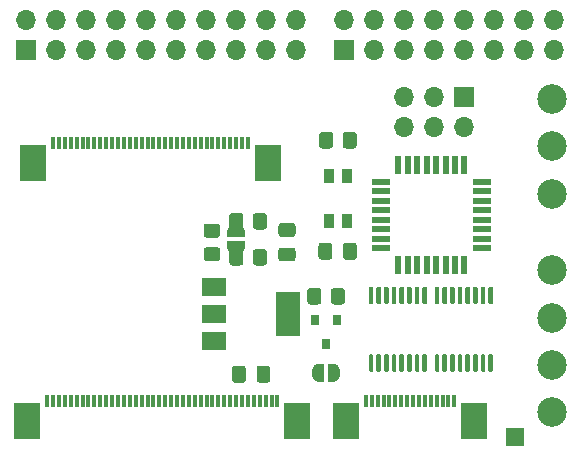
<source format=gbr>
%TF.GenerationSoftware,KiCad,Pcbnew,(5.1.8)-1*%
%TF.CreationDate,2021-03-18T21:41:09+01:00*%
%TF.ProjectId,GBAHD_Shield,47424148-445f-4536-9869-656c642e6b69,rev?*%
%TF.SameCoordinates,Original*%
%TF.FileFunction,Soldermask,Top*%
%TF.FilePolarity,Negative*%
%FSLAX46Y46*%
G04 Gerber Fmt 4.6, Leading zero omitted, Abs format (unit mm)*
G04 Created by KiCad (PCBNEW (5.1.8)-1) date 2021-03-18 21:41:09*
%MOMM*%
%LPD*%
G01*
G04 APERTURE LIST*
%ADD10R,1.500000X1.500000*%
%ADD11R,2.000000X1.500000*%
%ADD12R,2.000000X3.800000*%
%ADD13C,0.100000*%
%ADD14R,0.300000X1.100000*%
%ADD15R,2.300000X3.100000*%
%ADD16O,1.700000X1.700000*%
%ADD17R,1.700000X1.700000*%
%ADD18R,0.900000X1.250000*%
%ADD19R,1.600000X0.550000*%
%ADD20R,0.550000X1.600000*%
%ADD21C,2.500000*%
%ADD22R,0.800000X0.900000*%
G04 APERTURE END LIST*
D10*
%TO.C,J7*%
X87376000Y-64008000D03*
%TD*%
D11*
%TO.C,U5*%
X61874000Y-51294000D03*
X61874000Y-55894000D03*
X61874000Y-53594000D03*
D12*
X68174000Y-53594000D03*
%TD*%
D13*
%TO.C,SJ2*%
G36*
X64503398Y-47894000D02*
G01*
X64503398Y-47918534D01*
X64498588Y-47967365D01*
X64489016Y-48015490D01*
X64474772Y-48062445D01*
X64455995Y-48107778D01*
X64432864Y-48151051D01*
X64405604Y-48191850D01*
X64374476Y-48229779D01*
X64339779Y-48264476D01*
X64301850Y-48295604D01*
X64261051Y-48322864D01*
X64217778Y-48345995D01*
X64172445Y-48364772D01*
X64125490Y-48379016D01*
X64077365Y-48388588D01*
X64028534Y-48393398D01*
X64004000Y-48393398D01*
X64004000Y-48394000D01*
X63504000Y-48394000D01*
X63504000Y-48393398D01*
X63479466Y-48393398D01*
X63430635Y-48388588D01*
X63382510Y-48379016D01*
X63335555Y-48364772D01*
X63290222Y-48345995D01*
X63246949Y-48322864D01*
X63206150Y-48295604D01*
X63168221Y-48264476D01*
X63133524Y-48229779D01*
X63102396Y-48191850D01*
X63075136Y-48151051D01*
X63052005Y-48107778D01*
X63033228Y-48062445D01*
X63018984Y-48015490D01*
X63009412Y-47967365D01*
X63004602Y-47918534D01*
X63004602Y-47894000D01*
X63004000Y-47894000D01*
X63004000Y-47394000D01*
X64504000Y-47394000D01*
X64504000Y-47894000D01*
X64503398Y-47894000D01*
G37*
G36*
X63004000Y-47094000D02*
G01*
X63004000Y-46594000D01*
X63004602Y-46594000D01*
X63004602Y-46569466D01*
X63009412Y-46520635D01*
X63018984Y-46472510D01*
X63033228Y-46425555D01*
X63052005Y-46380222D01*
X63075136Y-46336949D01*
X63102396Y-46296150D01*
X63133524Y-46258221D01*
X63168221Y-46223524D01*
X63206150Y-46192396D01*
X63246949Y-46165136D01*
X63290222Y-46142005D01*
X63335555Y-46123228D01*
X63382510Y-46108984D01*
X63430635Y-46099412D01*
X63479466Y-46094602D01*
X63504000Y-46094602D01*
X63504000Y-46094000D01*
X64004000Y-46094000D01*
X64004000Y-46094602D01*
X64028534Y-46094602D01*
X64077365Y-46099412D01*
X64125490Y-46108984D01*
X64172445Y-46123228D01*
X64217778Y-46142005D01*
X64261051Y-46165136D01*
X64301850Y-46192396D01*
X64339779Y-46223524D01*
X64374476Y-46258221D01*
X64405604Y-46296150D01*
X64432864Y-46336949D01*
X64455995Y-46380222D01*
X64474772Y-46425555D01*
X64489016Y-46472510D01*
X64498588Y-46520635D01*
X64503398Y-46569466D01*
X64503398Y-46594000D01*
X64504000Y-46594000D01*
X64504000Y-47094000D01*
X63004000Y-47094000D01*
G37*
%TD*%
%TO.C,R5*%
G36*
G01*
X61271999Y-47914000D02*
X62172001Y-47914000D01*
G75*
G02*
X62422000Y-48163999I0J-249999D01*
G01*
X62422000Y-48864001D01*
G75*
G02*
X62172001Y-49114000I-249999J0D01*
G01*
X61271999Y-49114000D01*
G75*
G02*
X61022000Y-48864001I0J249999D01*
G01*
X61022000Y-48163999D01*
G75*
G02*
X61271999Y-47914000I249999J0D01*
G01*
G37*
G36*
G01*
X61271999Y-45914000D02*
X62172001Y-45914000D01*
G75*
G02*
X62422000Y-46163999I0J-249999D01*
G01*
X62422000Y-46864001D01*
G75*
G02*
X62172001Y-47114000I-249999J0D01*
G01*
X61271999Y-47114000D01*
G75*
G02*
X61022000Y-46864001I0J249999D01*
G01*
X61022000Y-46163999D01*
G75*
G02*
X61271999Y-45914000I249999J0D01*
G01*
G37*
%TD*%
%TO.C,R4*%
G36*
G01*
X64386000Y-45269999D02*
X64386000Y-46170001D01*
G75*
G02*
X64136001Y-46420000I-249999J0D01*
G01*
X63435999Y-46420000D01*
G75*
G02*
X63186000Y-46170001I0J249999D01*
G01*
X63186000Y-45269999D01*
G75*
G02*
X63435999Y-45020000I249999J0D01*
G01*
X64136001Y-45020000D01*
G75*
G02*
X64386000Y-45269999I0J-249999D01*
G01*
G37*
G36*
G01*
X66386000Y-45269999D02*
X66386000Y-46170001D01*
G75*
G02*
X66136001Y-46420000I-249999J0D01*
G01*
X65435999Y-46420000D01*
G75*
G02*
X65186000Y-46170001I0J249999D01*
G01*
X65186000Y-45269999D01*
G75*
G02*
X65435999Y-45020000I249999J0D01*
G01*
X66136001Y-45020000D01*
G75*
G02*
X66386000Y-45269999I0J-249999D01*
G01*
G37*
%TD*%
%TO.C,R3*%
G36*
G01*
X64386000Y-48317999D02*
X64386000Y-49218001D01*
G75*
G02*
X64136001Y-49468000I-249999J0D01*
G01*
X63435999Y-49468000D01*
G75*
G02*
X63186000Y-49218001I0J249999D01*
G01*
X63186000Y-48317999D01*
G75*
G02*
X63435999Y-48068000I249999J0D01*
G01*
X64136001Y-48068000D01*
G75*
G02*
X64386000Y-48317999I0J-249999D01*
G01*
G37*
G36*
G01*
X66386000Y-48317999D02*
X66386000Y-49218001D01*
G75*
G02*
X66136001Y-49468000I-249999J0D01*
G01*
X65435999Y-49468000D01*
G75*
G02*
X65186000Y-49218001I0J249999D01*
G01*
X65186000Y-48317999D01*
G75*
G02*
X65435999Y-48068000I249999J0D01*
G01*
X66136001Y-48068000D01*
G75*
G02*
X66386000Y-48317999I0J-249999D01*
G01*
G37*
%TD*%
%TO.C,C4*%
G36*
G01*
X67597000Y-47948000D02*
X68547000Y-47948000D01*
G75*
G02*
X68797000Y-48198000I0J-250000D01*
G01*
X68797000Y-48873000D01*
G75*
G02*
X68547000Y-49123000I-250000J0D01*
G01*
X67597000Y-49123000D01*
G75*
G02*
X67347000Y-48873000I0J250000D01*
G01*
X67347000Y-48198000D01*
G75*
G02*
X67597000Y-47948000I250000J0D01*
G01*
G37*
G36*
G01*
X67597000Y-45873000D02*
X68547000Y-45873000D01*
G75*
G02*
X68797000Y-46123000I0J-250000D01*
G01*
X68797000Y-46798000D01*
G75*
G02*
X68547000Y-47048000I-250000J0D01*
G01*
X67597000Y-47048000D01*
G75*
G02*
X67347000Y-46798000I0J250000D01*
G01*
X67347000Y-46123000D01*
G75*
G02*
X67597000Y-45873000I250000J0D01*
G01*
G37*
%TD*%
%TO.C,C1*%
G36*
G01*
X64595500Y-58199000D02*
X64595500Y-59149000D01*
G75*
G02*
X64345500Y-59399000I-250000J0D01*
G01*
X63670500Y-59399000D01*
G75*
G02*
X63420500Y-59149000I0J250000D01*
G01*
X63420500Y-58199000D01*
G75*
G02*
X63670500Y-57949000I250000J0D01*
G01*
X64345500Y-57949000D01*
G75*
G02*
X64595500Y-58199000I0J-250000D01*
G01*
G37*
G36*
G01*
X66670500Y-58199000D02*
X66670500Y-59149000D01*
G75*
G02*
X66420500Y-59399000I-250000J0D01*
G01*
X65745500Y-59399000D01*
G75*
G02*
X65495500Y-59149000I0J250000D01*
G01*
X65495500Y-58199000D01*
G75*
G02*
X65745500Y-57949000I250000J0D01*
G01*
X66420500Y-57949000D01*
G75*
G02*
X66670500Y-58199000I0J-250000D01*
G01*
G37*
%TD*%
D14*
%TO.C,J9*%
X48268000Y-39116000D03*
X48768000Y-39116000D03*
X49268000Y-39116000D03*
X49768000Y-39116000D03*
X50268000Y-39116000D03*
X50768000Y-39116000D03*
X51268000Y-39116000D03*
X51768000Y-39116000D03*
X52268000Y-39116000D03*
X52768000Y-39116000D03*
X53268000Y-39116000D03*
X53768000Y-39116000D03*
X54268000Y-39116000D03*
X54768000Y-39116000D03*
X55268000Y-39116000D03*
X55768000Y-39116000D03*
X56268000Y-39116000D03*
X56768000Y-39116000D03*
X57268000Y-39116000D03*
X57768000Y-39116000D03*
X58268000Y-39116000D03*
X58768000Y-39116000D03*
X59268000Y-39116000D03*
X59768000Y-39116000D03*
X60268000Y-39116000D03*
X60768000Y-39116000D03*
X61268000Y-39116000D03*
X61768000Y-39116000D03*
X62268000Y-39116000D03*
X62768000Y-39116000D03*
X63268000Y-39116000D03*
X63768000Y-39116000D03*
X64268000Y-39116000D03*
X64768000Y-39116000D03*
D15*
X46598000Y-40816000D03*
X66438000Y-40816000D03*
%TD*%
D16*
%TO.C,J4*%
X68860000Y-28710000D03*
X68860000Y-31250000D03*
X66320000Y-28710000D03*
X66320000Y-31250000D03*
X63780000Y-28710000D03*
X63780000Y-31250000D03*
X61240000Y-28710000D03*
X61240000Y-31250000D03*
X58700000Y-28710000D03*
X58700000Y-31250000D03*
X56160000Y-28710000D03*
X56160000Y-31250000D03*
X53620000Y-28710000D03*
X53620000Y-31250000D03*
X51080000Y-28710000D03*
X51080000Y-31250000D03*
X48540000Y-28710000D03*
X48540000Y-31250000D03*
X46000000Y-28710000D03*
D17*
X46000000Y-31250000D03*
%TD*%
D15*
%TO.C,J3*%
X83920000Y-62660000D03*
X73080000Y-62660000D03*
D14*
X82250000Y-60960000D03*
X81750000Y-60960000D03*
X81250000Y-60960000D03*
X80750000Y-60960000D03*
X80250000Y-60960000D03*
X79750000Y-60960000D03*
X79250000Y-60960000D03*
X78750000Y-60960000D03*
X78250000Y-60960000D03*
X77750000Y-60960000D03*
X77250000Y-60960000D03*
X76750000Y-60960000D03*
X76250000Y-60960000D03*
X75750000Y-60960000D03*
X75250000Y-60960000D03*
X74750000Y-60960000D03*
%TD*%
D16*
%TO.C,J2*%
X90704000Y-28710000D03*
X90704000Y-31250000D03*
X88164000Y-28710000D03*
X88164000Y-31250000D03*
X85624000Y-28710000D03*
X85624000Y-31250000D03*
X83084000Y-28710000D03*
X83084000Y-31250000D03*
X80544000Y-28710000D03*
X80544000Y-31250000D03*
X78004000Y-28710000D03*
X78004000Y-31250000D03*
X75464000Y-28710000D03*
X75464000Y-31250000D03*
X72924000Y-28710000D03*
D17*
X72924000Y-31250000D03*
%TD*%
D16*
%TO.C,J6*%
X77978000Y-37719000D03*
X77978000Y-35179000D03*
X80518000Y-37719000D03*
X80518000Y-35179000D03*
X83058000Y-37719000D03*
D17*
X83058000Y-35179000D03*
%TD*%
%TO.C,U4*%
G36*
G01*
X80883000Y-52739000D02*
X80683000Y-52739000D01*
G75*
G02*
X80583000Y-52639000I0J100000D01*
G01*
X80583000Y-51364000D01*
G75*
G02*
X80683000Y-51264000I100000J0D01*
G01*
X80883000Y-51264000D01*
G75*
G02*
X80983000Y-51364000I0J-100000D01*
G01*
X80983000Y-52639000D01*
G75*
G02*
X80883000Y-52739000I-100000J0D01*
G01*
G37*
G36*
G01*
X81533000Y-52739000D02*
X81333000Y-52739000D01*
G75*
G02*
X81233000Y-52639000I0J100000D01*
G01*
X81233000Y-51364000D01*
G75*
G02*
X81333000Y-51264000I100000J0D01*
G01*
X81533000Y-51264000D01*
G75*
G02*
X81633000Y-51364000I0J-100000D01*
G01*
X81633000Y-52639000D01*
G75*
G02*
X81533000Y-52739000I-100000J0D01*
G01*
G37*
G36*
G01*
X82183000Y-52739000D02*
X81983000Y-52739000D01*
G75*
G02*
X81883000Y-52639000I0J100000D01*
G01*
X81883000Y-51364000D01*
G75*
G02*
X81983000Y-51264000I100000J0D01*
G01*
X82183000Y-51264000D01*
G75*
G02*
X82283000Y-51364000I0J-100000D01*
G01*
X82283000Y-52639000D01*
G75*
G02*
X82183000Y-52739000I-100000J0D01*
G01*
G37*
G36*
G01*
X82833000Y-52739000D02*
X82633000Y-52739000D01*
G75*
G02*
X82533000Y-52639000I0J100000D01*
G01*
X82533000Y-51364000D01*
G75*
G02*
X82633000Y-51264000I100000J0D01*
G01*
X82833000Y-51264000D01*
G75*
G02*
X82933000Y-51364000I0J-100000D01*
G01*
X82933000Y-52639000D01*
G75*
G02*
X82833000Y-52739000I-100000J0D01*
G01*
G37*
G36*
G01*
X83483000Y-52739000D02*
X83283000Y-52739000D01*
G75*
G02*
X83183000Y-52639000I0J100000D01*
G01*
X83183000Y-51364000D01*
G75*
G02*
X83283000Y-51264000I100000J0D01*
G01*
X83483000Y-51264000D01*
G75*
G02*
X83583000Y-51364000I0J-100000D01*
G01*
X83583000Y-52639000D01*
G75*
G02*
X83483000Y-52739000I-100000J0D01*
G01*
G37*
G36*
G01*
X84133000Y-52739000D02*
X83933000Y-52739000D01*
G75*
G02*
X83833000Y-52639000I0J100000D01*
G01*
X83833000Y-51364000D01*
G75*
G02*
X83933000Y-51264000I100000J0D01*
G01*
X84133000Y-51264000D01*
G75*
G02*
X84233000Y-51364000I0J-100000D01*
G01*
X84233000Y-52639000D01*
G75*
G02*
X84133000Y-52739000I-100000J0D01*
G01*
G37*
G36*
G01*
X84783000Y-52739000D02*
X84583000Y-52739000D01*
G75*
G02*
X84483000Y-52639000I0J100000D01*
G01*
X84483000Y-51364000D01*
G75*
G02*
X84583000Y-51264000I100000J0D01*
G01*
X84783000Y-51264000D01*
G75*
G02*
X84883000Y-51364000I0J-100000D01*
G01*
X84883000Y-52639000D01*
G75*
G02*
X84783000Y-52739000I-100000J0D01*
G01*
G37*
G36*
G01*
X85433000Y-52739000D02*
X85233000Y-52739000D01*
G75*
G02*
X85133000Y-52639000I0J100000D01*
G01*
X85133000Y-51364000D01*
G75*
G02*
X85233000Y-51264000I100000J0D01*
G01*
X85433000Y-51264000D01*
G75*
G02*
X85533000Y-51364000I0J-100000D01*
G01*
X85533000Y-52639000D01*
G75*
G02*
X85433000Y-52739000I-100000J0D01*
G01*
G37*
G36*
G01*
X85433000Y-58464000D02*
X85233000Y-58464000D01*
G75*
G02*
X85133000Y-58364000I0J100000D01*
G01*
X85133000Y-57089000D01*
G75*
G02*
X85233000Y-56989000I100000J0D01*
G01*
X85433000Y-56989000D01*
G75*
G02*
X85533000Y-57089000I0J-100000D01*
G01*
X85533000Y-58364000D01*
G75*
G02*
X85433000Y-58464000I-100000J0D01*
G01*
G37*
G36*
G01*
X84783000Y-58464000D02*
X84583000Y-58464000D01*
G75*
G02*
X84483000Y-58364000I0J100000D01*
G01*
X84483000Y-57089000D01*
G75*
G02*
X84583000Y-56989000I100000J0D01*
G01*
X84783000Y-56989000D01*
G75*
G02*
X84883000Y-57089000I0J-100000D01*
G01*
X84883000Y-58364000D01*
G75*
G02*
X84783000Y-58464000I-100000J0D01*
G01*
G37*
G36*
G01*
X84133000Y-58464000D02*
X83933000Y-58464000D01*
G75*
G02*
X83833000Y-58364000I0J100000D01*
G01*
X83833000Y-57089000D01*
G75*
G02*
X83933000Y-56989000I100000J0D01*
G01*
X84133000Y-56989000D01*
G75*
G02*
X84233000Y-57089000I0J-100000D01*
G01*
X84233000Y-58364000D01*
G75*
G02*
X84133000Y-58464000I-100000J0D01*
G01*
G37*
G36*
G01*
X83483000Y-58464000D02*
X83283000Y-58464000D01*
G75*
G02*
X83183000Y-58364000I0J100000D01*
G01*
X83183000Y-57089000D01*
G75*
G02*
X83283000Y-56989000I100000J0D01*
G01*
X83483000Y-56989000D01*
G75*
G02*
X83583000Y-57089000I0J-100000D01*
G01*
X83583000Y-58364000D01*
G75*
G02*
X83483000Y-58464000I-100000J0D01*
G01*
G37*
G36*
G01*
X82833000Y-58464000D02*
X82633000Y-58464000D01*
G75*
G02*
X82533000Y-58364000I0J100000D01*
G01*
X82533000Y-57089000D01*
G75*
G02*
X82633000Y-56989000I100000J0D01*
G01*
X82833000Y-56989000D01*
G75*
G02*
X82933000Y-57089000I0J-100000D01*
G01*
X82933000Y-58364000D01*
G75*
G02*
X82833000Y-58464000I-100000J0D01*
G01*
G37*
G36*
G01*
X82183000Y-58464000D02*
X81983000Y-58464000D01*
G75*
G02*
X81883000Y-58364000I0J100000D01*
G01*
X81883000Y-57089000D01*
G75*
G02*
X81983000Y-56989000I100000J0D01*
G01*
X82183000Y-56989000D01*
G75*
G02*
X82283000Y-57089000I0J-100000D01*
G01*
X82283000Y-58364000D01*
G75*
G02*
X82183000Y-58464000I-100000J0D01*
G01*
G37*
G36*
G01*
X81533000Y-58464000D02*
X81333000Y-58464000D01*
G75*
G02*
X81233000Y-58364000I0J100000D01*
G01*
X81233000Y-57089000D01*
G75*
G02*
X81333000Y-56989000I100000J0D01*
G01*
X81533000Y-56989000D01*
G75*
G02*
X81633000Y-57089000I0J-100000D01*
G01*
X81633000Y-58364000D01*
G75*
G02*
X81533000Y-58464000I-100000J0D01*
G01*
G37*
G36*
G01*
X80883000Y-58464000D02*
X80683000Y-58464000D01*
G75*
G02*
X80583000Y-58364000I0J100000D01*
G01*
X80583000Y-57089000D01*
G75*
G02*
X80683000Y-56989000I100000J0D01*
G01*
X80883000Y-56989000D01*
G75*
G02*
X80983000Y-57089000I0J-100000D01*
G01*
X80983000Y-58364000D01*
G75*
G02*
X80883000Y-58464000I-100000J0D01*
G01*
G37*
%TD*%
D18*
%TO.C,SW1*%
X71640000Y-45720000D03*
X73140000Y-45720000D03*
X71640000Y-41870000D03*
X73140000Y-41870000D03*
%TD*%
D19*
%TO.C,U2*%
X76050000Y-48000000D03*
X76050000Y-47200000D03*
X76050000Y-46400000D03*
X76050000Y-45600000D03*
X76050000Y-44800000D03*
X76050000Y-44000000D03*
X76050000Y-43200000D03*
X76050000Y-42400000D03*
D20*
X77500000Y-40950000D03*
X78300000Y-40950000D03*
X79100000Y-40950000D03*
X79900000Y-40950000D03*
X80700000Y-40950000D03*
X81500000Y-40950000D03*
X82300000Y-40950000D03*
X83100000Y-40950000D03*
D19*
X84550000Y-42400000D03*
X84550000Y-43200000D03*
X84550000Y-44000000D03*
X84550000Y-44800000D03*
X84550000Y-45600000D03*
X84550000Y-46400000D03*
X84550000Y-47200000D03*
X84550000Y-48000000D03*
D20*
X83100000Y-49450000D03*
X82300000Y-49450000D03*
X81500000Y-49450000D03*
X80700000Y-49450000D03*
X79900000Y-49450000D03*
X79100000Y-49450000D03*
X78300000Y-49450000D03*
X77500000Y-49450000D03*
%TD*%
%TO.C,R1*%
G36*
G01*
X72790000Y-39312001D02*
X72790000Y-38411999D01*
G75*
G02*
X73039999Y-38162000I249999J0D01*
G01*
X73740001Y-38162000D01*
G75*
G02*
X73990000Y-38411999I0J-249999D01*
G01*
X73990000Y-39312001D01*
G75*
G02*
X73740001Y-39562000I-249999J0D01*
G01*
X73039999Y-39562000D01*
G75*
G02*
X72790000Y-39312001I0J249999D01*
G01*
G37*
G36*
G01*
X70790000Y-39312001D02*
X70790000Y-38411999D01*
G75*
G02*
X71039999Y-38162000I249999J0D01*
G01*
X71740001Y-38162000D01*
G75*
G02*
X71990000Y-38411999I0J-249999D01*
G01*
X71990000Y-39312001D01*
G75*
G02*
X71740001Y-39562000I-249999J0D01*
G01*
X71039999Y-39562000D01*
G75*
G02*
X70790000Y-39312001I0J249999D01*
G01*
G37*
%TD*%
%TO.C,C3*%
G36*
G01*
X71918500Y-47785000D02*
X71918500Y-48735000D01*
G75*
G02*
X71668500Y-48985000I-250000J0D01*
G01*
X70993500Y-48985000D01*
G75*
G02*
X70743500Y-48735000I0J250000D01*
G01*
X70743500Y-47785000D01*
G75*
G02*
X70993500Y-47535000I250000J0D01*
G01*
X71668500Y-47535000D01*
G75*
G02*
X71918500Y-47785000I0J-250000D01*
G01*
G37*
G36*
G01*
X73993500Y-47785000D02*
X73993500Y-48735000D01*
G75*
G02*
X73743500Y-48985000I-250000J0D01*
G01*
X73068500Y-48985000D01*
G75*
G02*
X72818500Y-48735000I0J250000D01*
G01*
X72818500Y-47785000D01*
G75*
G02*
X73068500Y-47535000I250000J0D01*
G01*
X73743500Y-47535000D01*
G75*
G02*
X73993500Y-47785000I0J-250000D01*
G01*
G37*
%TD*%
D13*
%TO.C,SJ1*%
G36*
X71224000Y-59297000D02*
G01*
X70724000Y-59297000D01*
X70724000Y-59296398D01*
X70699466Y-59296398D01*
X70650635Y-59291588D01*
X70602510Y-59282016D01*
X70555555Y-59267772D01*
X70510222Y-59248995D01*
X70466949Y-59225864D01*
X70426150Y-59198604D01*
X70388221Y-59167476D01*
X70353524Y-59132779D01*
X70322396Y-59094850D01*
X70295136Y-59054051D01*
X70272005Y-59010778D01*
X70253228Y-58965445D01*
X70238984Y-58918490D01*
X70229412Y-58870365D01*
X70224602Y-58821534D01*
X70224602Y-58797000D01*
X70224000Y-58797000D01*
X70224000Y-58297000D01*
X70224602Y-58297000D01*
X70224602Y-58272466D01*
X70229412Y-58223635D01*
X70238984Y-58175510D01*
X70253228Y-58128555D01*
X70272005Y-58083222D01*
X70295136Y-58039949D01*
X70322396Y-57999150D01*
X70353524Y-57961221D01*
X70388221Y-57926524D01*
X70426150Y-57895396D01*
X70466949Y-57868136D01*
X70510222Y-57845005D01*
X70555555Y-57826228D01*
X70602510Y-57811984D01*
X70650635Y-57802412D01*
X70699466Y-57797602D01*
X70724000Y-57797602D01*
X70724000Y-57797000D01*
X71224000Y-57797000D01*
X71224000Y-59297000D01*
G37*
G36*
X72024000Y-57797602D02*
G01*
X72048534Y-57797602D01*
X72097365Y-57802412D01*
X72145490Y-57811984D01*
X72192445Y-57826228D01*
X72237778Y-57845005D01*
X72281051Y-57868136D01*
X72321850Y-57895396D01*
X72359779Y-57926524D01*
X72394476Y-57961221D01*
X72425604Y-57999150D01*
X72452864Y-58039949D01*
X72475995Y-58083222D01*
X72494772Y-58128555D01*
X72509016Y-58175510D01*
X72518588Y-58223635D01*
X72523398Y-58272466D01*
X72523398Y-58297000D01*
X72524000Y-58297000D01*
X72524000Y-58797000D01*
X72523398Y-58797000D01*
X72523398Y-58821534D01*
X72518588Y-58870365D01*
X72509016Y-58918490D01*
X72494772Y-58965445D01*
X72475995Y-59010778D01*
X72452864Y-59054051D01*
X72425604Y-59094850D01*
X72394476Y-59132779D01*
X72359779Y-59167476D01*
X72321850Y-59198604D01*
X72281051Y-59225864D01*
X72237778Y-59248995D01*
X72192445Y-59267772D01*
X72145490Y-59282016D01*
X72097365Y-59291588D01*
X72048534Y-59296398D01*
X72024000Y-59296398D01*
X72024000Y-59297000D01*
X71524000Y-59297000D01*
X71524000Y-57797000D01*
X72024000Y-57797000D01*
X72024000Y-57797602D01*
G37*
%TD*%
D21*
%TO.C,U1*%
X90492000Y-61881000D03*
X90492000Y-57881000D03*
X90492000Y-53881000D03*
X90492000Y-49881000D03*
X90492000Y-43381000D03*
X90492000Y-39381000D03*
X90492000Y-35381000D03*
%TD*%
%TO.C,U3*%
G36*
G01*
X75295000Y-52739000D02*
X75095000Y-52739000D01*
G75*
G02*
X74995000Y-52639000I0J100000D01*
G01*
X74995000Y-51364000D01*
G75*
G02*
X75095000Y-51264000I100000J0D01*
G01*
X75295000Y-51264000D01*
G75*
G02*
X75395000Y-51364000I0J-100000D01*
G01*
X75395000Y-52639000D01*
G75*
G02*
X75295000Y-52739000I-100000J0D01*
G01*
G37*
G36*
G01*
X75945000Y-52739000D02*
X75745000Y-52739000D01*
G75*
G02*
X75645000Y-52639000I0J100000D01*
G01*
X75645000Y-51364000D01*
G75*
G02*
X75745000Y-51264000I100000J0D01*
G01*
X75945000Y-51264000D01*
G75*
G02*
X76045000Y-51364000I0J-100000D01*
G01*
X76045000Y-52639000D01*
G75*
G02*
X75945000Y-52739000I-100000J0D01*
G01*
G37*
G36*
G01*
X76595000Y-52739000D02*
X76395000Y-52739000D01*
G75*
G02*
X76295000Y-52639000I0J100000D01*
G01*
X76295000Y-51364000D01*
G75*
G02*
X76395000Y-51264000I100000J0D01*
G01*
X76595000Y-51264000D01*
G75*
G02*
X76695000Y-51364000I0J-100000D01*
G01*
X76695000Y-52639000D01*
G75*
G02*
X76595000Y-52739000I-100000J0D01*
G01*
G37*
G36*
G01*
X77245000Y-52739000D02*
X77045000Y-52739000D01*
G75*
G02*
X76945000Y-52639000I0J100000D01*
G01*
X76945000Y-51364000D01*
G75*
G02*
X77045000Y-51264000I100000J0D01*
G01*
X77245000Y-51264000D01*
G75*
G02*
X77345000Y-51364000I0J-100000D01*
G01*
X77345000Y-52639000D01*
G75*
G02*
X77245000Y-52739000I-100000J0D01*
G01*
G37*
G36*
G01*
X77895000Y-52739000D02*
X77695000Y-52739000D01*
G75*
G02*
X77595000Y-52639000I0J100000D01*
G01*
X77595000Y-51364000D01*
G75*
G02*
X77695000Y-51264000I100000J0D01*
G01*
X77895000Y-51264000D01*
G75*
G02*
X77995000Y-51364000I0J-100000D01*
G01*
X77995000Y-52639000D01*
G75*
G02*
X77895000Y-52739000I-100000J0D01*
G01*
G37*
G36*
G01*
X78545000Y-52739000D02*
X78345000Y-52739000D01*
G75*
G02*
X78245000Y-52639000I0J100000D01*
G01*
X78245000Y-51364000D01*
G75*
G02*
X78345000Y-51264000I100000J0D01*
G01*
X78545000Y-51264000D01*
G75*
G02*
X78645000Y-51364000I0J-100000D01*
G01*
X78645000Y-52639000D01*
G75*
G02*
X78545000Y-52739000I-100000J0D01*
G01*
G37*
G36*
G01*
X79195000Y-52739000D02*
X78995000Y-52739000D01*
G75*
G02*
X78895000Y-52639000I0J100000D01*
G01*
X78895000Y-51364000D01*
G75*
G02*
X78995000Y-51264000I100000J0D01*
G01*
X79195000Y-51264000D01*
G75*
G02*
X79295000Y-51364000I0J-100000D01*
G01*
X79295000Y-52639000D01*
G75*
G02*
X79195000Y-52739000I-100000J0D01*
G01*
G37*
G36*
G01*
X79845000Y-52739000D02*
X79645000Y-52739000D01*
G75*
G02*
X79545000Y-52639000I0J100000D01*
G01*
X79545000Y-51364000D01*
G75*
G02*
X79645000Y-51264000I100000J0D01*
G01*
X79845000Y-51264000D01*
G75*
G02*
X79945000Y-51364000I0J-100000D01*
G01*
X79945000Y-52639000D01*
G75*
G02*
X79845000Y-52739000I-100000J0D01*
G01*
G37*
G36*
G01*
X79845000Y-58464000D02*
X79645000Y-58464000D01*
G75*
G02*
X79545000Y-58364000I0J100000D01*
G01*
X79545000Y-57089000D01*
G75*
G02*
X79645000Y-56989000I100000J0D01*
G01*
X79845000Y-56989000D01*
G75*
G02*
X79945000Y-57089000I0J-100000D01*
G01*
X79945000Y-58364000D01*
G75*
G02*
X79845000Y-58464000I-100000J0D01*
G01*
G37*
G36*
G01*
X79195000Y-58464000D02*
X78995000Y-58464000D01*
G75*
G02*
X78895000Y-58364000I0J100000D01*
G01*
X78895000Y-57089000D01*
G75*
G02*
X78995000Y-56989000I100000J0D01*
G01*
X79195000Y-56989000D01*
G75*
G02*
X79295000Y-57089000I0J-100000D01*
G01*
X79295000Y-58364000D01*
G75*
G02*
X79195000Y-58464000I-100000J0D01*
G01*
G37*
G36*
G01*
X78545000Y-58464000D02*
X78345000Y-58464000D01*
G75*
G02*
X78245000Y-58364000I0J100000D01*
G01*
X78245000Y-57089000D01*
G75*
G02*
X78345000Y-56989000I100000J0D01*
G01*
X78545000Y-56989000D01*
G75*
G02*
X78645000Y-57089000I0J-100000D01*
G01*
X78645000Y-58364000D01*
G75*
G02*
X78545000Y-58464000I-100000J0D01*
G01*
G37*
G36*
G01*
X77895000Y-58464000D02*
X77695000Y-58464000D01*
G75*
G02*
X77595000Y-58364000I0J100000D01*
G01*
X77595000Y-57089000D01*
G75*
G02*
X77695000Y-56989000I100000J0D01*
G01*
X77895000Y-56989000D01*
G75*
G02*
X77995000Y-57089000I0J-100000D01*
G01*
X77995000Y-58364000D01*
G75*
G02*
X77895000Y-58464000I-100000J0D01*
G01*
G37*
G36*
G01*
X77245000Y-58464000D02*
X77045000Y-58464000D01*
G75*
G02*
X76945000Y-58364000I0J100000D01*
G01*
X76945000Y-57089000D01*
G75*
G02*
X77045000Y-56989000I100000J0D01*
G01*
X77245000Y-56989000D01*
G75*
G02*
X77345000Y-57089000I0J-100000D01*
G01*
X77345000Y-58364000D01*
G75*
G02*
X77245000Y-58464000I-100000J0D01*
G01*
G37*
G36*
G01*
X76595000Y-58464000D02*
X76395000Y-58464000D01*
G75*
G02*
X76295000Y-58364000I0J100000D01*
G01*
X76295000Y-57089000D01*
G75*
G02*
X76395000Y-56989000I100000J0D01*
G01*
X76595000Y-56989000D01*
G75*
G02*
X76695000Y-57089000I0J-100000D01*
G01*
X76695000Y-58364000D01*
G75*
G02*
X76595000Y-58464000I-100000J0D01*
G01*
G37*
G36*
G01*
X75945000Y-58464000D02*
X75745000Y-58464000D01*
G75*
G02*
X75645000Y-58364000I0J100000D01*
G01*
X75645000Y-57089000D01*
G75*
G02*
X75745000Y-56989000I100000J0D01*
G01*
X75945000Y-56989000D01*
G75*
G02*
X76045000Y-57089000I0J-100000D01*
G01*
X76045000Y-58364000D01*
G75*
G02*
X75945000Y-58464000I-100000J0D01*
G01*
G37*
G36*
G01*
X75295000Y-58464000D02*
X75095000Y-58464000D01*
G75*
G02*
X74995000Y-58364000I0J100000D01*
G01*
X74995000Y-57089000D01*
G75*
G02*
X75095000Y-56989000I100000J0D01*
G01*
X75295000Y-56989000D01*
G75*
G02*
X75395000Y-57089000I0J-100000D01*
G01*
X75395000Y-58364000D01*
G75*
G02*
X75295000Y-58464000I-100000J0D01*
G01*
G37*
%TD*%
D22*
%TO.C,Q1*%
X71374000Y-56118000D03*
X70424000Y-54118000D03*
X72324000Y-54118000D03*
%TD*%
D15*
%TO.C,J1*%
X68938000Y-62660000D03*
X46098000Y-62660000D03*
D14*
X67268000Y-60960000D03*
X66768000Y-60960000D03*
X66268000Y-60960000D03*
X65768000Y-60960000D03*
X65268000Y-60960000D03*
X64768000Y-60960000D03*
X64268000Y-60960000D03*
X63768000Y-60960000D03*
X63268000Y-60960000D03*
X62768000Y-60960000D03*
X62268000Y-60960000D03*
X61768000Y-60960000D03*
X61268000Y-60960000D03*
X60768000Y-60960000D03*
X60268000Y-60960000D03*
X59768000Y-60960000D03*
X59268000Y-60960000D03*
X58768000Y-60960000D03*
X58268000Y-60960000D03*
X57768000Y-60960000D03*
X57268000Y-60960000D03*
X56768000Y-60960000D03*
X56268000Y-60960000D03*
X55768000Y-60960000D03*
X55268000Y-60960000D03*
X54768000Y-60960000D03*
X54268000Y-60960000D03*
X53768000Y-60960000D03*
X53268000Y-60960000D03*
X52768000Y-60960000D03*
X52268000Y-60960000D03*
X51768000Y-60960000D03*
X51268000Y-60960000D03*
X50768000Y-60960000D03*
X50268000Y-60960000D03*
X49768000Y-60960000D03*
X49268000Y-60960000D03*
X48768000Y-60960000D03*
X48268000Y-60960000D03*
X47768000Y-60960000D03*
%TD*%
%TO.C,R2*%
G36*
G01*
X70990000Y-51619999D02*
X70990000Y-52520001D01*
G75*
G02*
X70740001Y-52770000I-249999J0D01*
G01*
X70039999Y-52770000D01*
G75*
G02*
X69790000Y-52520001I0J249999D01*
G01*
X69790000Y-51619999D01*
G75*
G02*
X70039999Y-51370000I249999J0D01*
G01*
X70740001Y-51370000D01*
G75*
G02*
X70990000Y-51619999I0J-249999D01*
G01*
G37*
G36*
G01*
X72990000Y-51619999D02*
X72990000Y-52520001D01*
G75*
G02*
X72740001Y-52770000I-249999J0D01*
G01*
X72039999Y-52770000D01*
G75*
G02*
X71790000Y-52520001I0J249999D01*
G01*
X71790000Y-51619999D01*
G75*
G02*
X72039999Y-51370000I249999J0D01*
G01*
X72740001Y-51370000D01*
G75*
G02*
X72990000Y-51619999I0J-249999D01*
G01*
G37*
%TD*%
M02*

</source>
